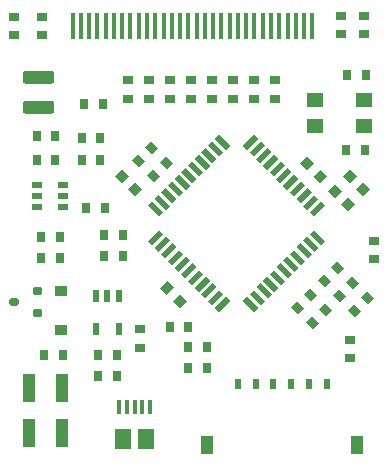
<source format=gtp>
G04 #@! TF.GenerationSoftware,KiCad,Pcbnew,5.1.9*
G04 #@! TF.CreationDate,2021-04-02T18:31:15+02:00*
G04 #@! TF.ProjectId,xling,786c696e-672e-46b6-9963-61645f706362,4.1*
G04 #@! TF.SameCoordinates,Original*
G04 #@! TF.FileFunction,Paste,Top*
G04 #@! TF.FilePolarity,Positive*
%FSLAX46Y46*%
G04 Gerber Fmt 4.6, Leading zero omitted, Abs format (unit mm)*
G04 Created by KiCad (PCBNEW 5.1.9) date 2021-04-02 18:31:15*
%MOMM*%
%LPD*%
G01*
G04 APERTURE LIST*
%ADD10R,0.540000X0.990000*%
%ADD11R,0.900000X0.630000*%
%ADD12C,0.100000*%
%ADD13R,1.080000X0.810000*%
%ADD14R,0.787500X0.855000*%
%ADD15R,1.125000X2.385000*%
%ADD16R,0.855000X0.787500*%
%ADD17R,0.315000X2.250000*%
%ADD18R,1.440000X1.260000*%
%ADD19R,1.125000X1.620000*%
%ADD20R,0.540000X0.900000*%
%ADD21R,1.350000X1.710000*%
%ADD22R,0.360000X1.215000*%
G04 APERTURE END LIST*
G36*
G01*
X55562000Y-55691000D02*
X57722000Y-55691000D01*
G75*
G02*
X57992000Y-55961000I0J-270000D01*
G01*
X57992000Y-56501000D01*
G75*
G02*
X57722000Y-56771000I-270000J0D01*
G01*
X55562000Y-56771000D01*
G75*
G02*
X55292000Y-56501000I0J270000D01*
G01*
X55292000Y-55961000D01*
G75*
G02*
X55562000Y-55691000I270000J0D01*
G01*
G37*
G36*
G01*
X55562000Y-53151000D02*
X57722000Y-53151000D01*
G75*
G02*
X57992000Y-53421000I0J-270000D01*
G01*
X57992000Y-53961000D01*
G75*
G02*
X57722000Y-54231000I-270000J0D01*
G01*
X55562000Y-54231000D01*
G75*
G02*
X55292000Y-53961000I0J270000D01*
G01*
X55292000Y-53421000D01*
G75*
G02*
X55562000Y-53151000I270000J0D01*
G01*
G37*
G36*
G01*
X54980200Y-72540200D02*
X54980200Y-72900200D01*
G75*
G02*
X54800200Y-73080200I-180000J0D01*
G01*
X54350200Y-73080200D01*
G75*
G02*
X54170200Y-72900200I0J180000D01*
G01*
X54170200Y-72540200D01*
G75*
G02*
X54350200Y-72360200I180000J0D01*
G01*
X54800200Y-72360200D01*
G75*
G02*
X54980200Y-72540200I0J-180000D01*
G01*
G37*
G36*
G01*
X56980200Y-71590200D02*
X56980200Y-71950200D01*
G75*
G02*
X56800200Y-72130200I-180000J0D01*
G01*
X56350200Y-72130200D01*
G75*
G02*
X56170200Y-71950200I0J180000D01*
G01*
X56170200Y-71590200D01*
G75*
G02*
X56350200Y-71410200I180000J0D01*
G01*
X56800200Y-71410200D01*
G75*
G02*
X56980200Y-71590200I0J-180000D01*
G01*
G37*
G36*
G01*
X56980200Y-73490200D02*
X56980200Y-73850200D01*
G75*
G02*
X56800200Y-74030200I-180000J0D01*
G01*
X56350200Y-74030200D01*
G75*
G02*
X56170200Y-73850200I0J180000D01*
G01*
X56170200Y-73490200D01*
G75*
G02*
X56350200Y-73310200I180000J0D01*
G01*
X56800200Y-73310200D01*
G75*
G02*
X56980200Y-73490200I0J-180000D01*
G01*
G37*
D10*
X61534000Y-75010000D03*
X61534000Y-72210000D03*
X62484000Y-72210000D03*
X63434000Y-72210000D03*
X63434000Y-75010000D03*
D11*
X58757500Y-63754000D03*
X58757500Y-62804000D03*
X58757500Y-64704000D03*
X56558500Y-64704000D03*
X56558500Y-63754000D03*
X56558500Y-62804000D03*
D12*
G36*
X72506206Y-72246630D02*
G01*
X72856224Y-72596648D01*
X71901630Y-73551242D01*
X71551612Y-73201224D01*
X72506206Y-72246630D01*
G37*
G36*
X71940521Y-71680944D02*
G01*
X72290539Y-72030962D01*
X71335945Y-72985556D01*
X70985927Y-72635538D01*
X71940521Y-71680944D01*
G37*
G36*
X71374836Y-71115259D02*
G01*
X71724854Y-71465277D01*
X70770260Y-72419871D01*
X70420242Y-72069853D01*
X71374836Y-71115259D01*
G37*
G36*
X70809150Y-70549574D02*
G01*
X71159168Y-70899592D01*
X70204574Y-71854186D01*
X69854556Y-71504168D01*
X70809150Y-70549574D01*
G37*
G36*
X70243465Y-69983888D02*
G01*
X70593483Y-70333906D01*
X69638889Y-71288500D01*
X69288871Y-70938482D01*
X70243465Y-69983888D01*
G37*
G36*
X69677779Y-69418203D02*
G01*
X70027797Y-69768221D01*
X69073203Y-70722815D01*
X68723185Y-70372797D01*
X69677779Y-69418203D01*
G37*
G36*
X69112094Y-68852517D02*
G01*
X69462112Y-69202535D01*
X68507518Y-70157129D01*
X68157500Y-69807111D01*
X69112094Y-68852517D01*
G37*
G36*
X68546408Y-68286832D02*
G01*
X68896426Y-68636850D01*
X67941832Y-69591444D01*
X67591814Y-69241426D01*
X68546408Y-68286832D01*
G37*
G36*
X67980723Y-67721146D02*
G01*
X68330741Y-68071164D01*
X67376147Y-69025758D01*
X67026129Y-68675740D01*
X67980723Y-67721146D01*
G37*
G36*
X67415038Y-67155461D02*
G01*
X67765056Y-67505479D01*
X66810462Y-68460073D01*
X66460444Y-68110055D01*
X67415038Y-67155461D01*
G37*
G36*
X66849352Y-66589776D02*
G01*
X67199370Y-66939794D01*
X66244776Y-67894388D01*
X65894758Y-67544370D01*
X66849352Y-66589776D01*
G37*
G36*
X67199370Y-65140206D02*
G01*
X66849352Y-65490224D01*
X65894758Y-64535630D01*
X66244776Y-64185612D01*
X67199370Y-65140206D01*
G37*
G36*
X67765056Y-64574521D02*
G01*
X67415038Y-64924539D01*
X66460444Y-63969945D01*
X66810462Y-63619927D01*
X67765056Y-64574521D01*
G37*
G36*
X68330741Y-64008836D02*
G01*
X67980723Y-64358854D01*
X67026129Y-63404260D01*
X67376147Y-63054242D01*
X68330741Y-64008836D01*
G37*
G36*
X68896426Y-63443150D02*
G01*
X68546408Y-63793168D01*
X67591814Y-62838574D01*
X67941832Y-62488556D01*
X68896426Y-63443150D01*
G37*
G36*
X69462112Y-62877465D02*
G01*
X69112094Y-63227483D01*
X68157500Y-62272889D01*
X68507518Y-61922871D01*
X69462112Y-62877465D01*
G37*
G36*
X70027797Y-62311779D02*
G01*
X69677779Y-62661797D01*
X68723185Y-61707203D01*
X69073203Y-61357185D01*
X70027797Y-62311779D01*
G37*
G36*
X70593483Y-61746094D02*
G01*
X70243465Y-62096112D01*
X69288871Y-61141518D01*
X69638889Y-60791500D01*
X70593483Y-61746094D01*
G37*
G36*
X71159168Y-61180408D02*
G01*
X70809150Y-61530426D01*
X69854556Y-60575832D01*
X70204574Y-60225814D01*
X71159168Y-61180408D01*
G37*
G36*
X71724854Y-60614723D02*
G01*
X71374836Y-60964741D01*
X70420242Y-60010147D01*
X70770260Y-59660129D01*
X71724854Y-60614723D01*
G37*
G36*
X72290539Y-60049038D02*
G01*
X71940521Y-60399056D01*
X70985927Y-59444462D01*
X71335945Y-59094444D01*
X72290539Y-60049038D01*
G37*
G36*
X72856224Y-59483352D02*
G01*
X72506206Y-59833370D01*
X71551612Y-58878776D01*
X71901630Y-58528758D01*
X72856224Y-59483352D01*
G37*
G36*
X74910370Y-58528758D02*
G01*
X75260388Y-58878776D01*
X74305794Y-59833370D01*
X73955776Y-59483352D01*
X74910370Y-58528758D01*
G37*
G36*
X75476055Y-59094444D02*
G01*
X75826073Y-59444462D01*
X74871479Y-60399056D01*
X74521461Y-60049038D01*
X75476055Y-59094444D01*
G37*
G36*
X76041740Y-59660129D02*
G01*
X76391758Y-60010147D01*
X75437164Y-60964741D01*
X75087146Y-60614723D01*
X76041740Y-59660129D01*
G37*
G36*
X76607426Y-60225814D02*
G01*
X76957444Y-60575832D01*
X76002850Y-61530426D01*
X75652832Y-61180408D01*
X76607426Y-60225814D01*
G37*
G36*
X77173111Y-60791500D02*
G01*
X77523129Y-61141518D01*
X76568535Y-62096112D01*
X76218517Y-61746094D01*
X77173111Y-60791500D01*
G37*
G36*
X77738797Y-61357185D02*
G01*
X78088815Y-61707203D01*
X77134221Y-62661797D01*
X76784203Y-62311779D01*
X77738797Y-61357185D01*
G37*
G36*
X78304482Y-61922871D02*
G01*
X78654500Y-62272889D01*
X77699906Y-63227483D01*
X77349888Y-62877465D01*
X78304482Y-61922871D01*
G37*
G36*
X78870168Y-62488556D02*
G01*
X79220186Y-62838574D01*
X78265592Y-63793168D01*
X77915574Y-63443150D01*
X78870168Y-62488556D01*
G37*
G36*
X79435853Y-63054242D02*
G01*
X79785871Y-63404260D01*
X78831277Y-64358854D01*
X78481259Y-64008836D01*
X79435853Y-63054242D01*
G37*
G36*
X80001538Y-63619927D02*
G01*
X80351556Y-63969945D01*
X79396962Y-64924539D01*
X79046944Y-64574521D01*
X80001538Y-63619927D01*
G37*
G36*
X80567224Y-64185612D02*
G01*
X80917242Y-64535630D01*
X79962648Y-65490224D01*
X79612630Y-65140206D01*
X80567224Y-64185612D01*
G37*
G36*
X80917242Y-67544370D02*
G01*
X80567224Y-67894388D01*
X79612630Y-66939794D01*
X79962648Y-66589776D01*
X80917242Y-67544370D01*
G37*
G36*
X80351556Y-68110055D02*
G01*
X80001538Y-68460073D01*
X79046944Y-67505479D01*
X79396962Y-67155461D01*
X80351556Y-68110055D01*
G37*
G36*
X79785871Y-68675740D02*
G01*
X79435853Y-69025758D01*
X78481259Y-68071164D01*
X78831277Y-67721146D01*
X79785871Y-68675740D01*
G37*
G36*
X79220186Y-69241426D02*
G01*
X78870168Y-69591444D01*
X77915574Y-68636850D01*
X78265592Y-68286832D01*
X79220186Y-69241426D01*
G37*
G36*
X78654500Y-69807111D02*
G01*
X78304482Y-70157129D01*
X77349888Y-69202535D01*
X77699906Y-68852517D01*
X78654500Y-69807111D01*
G37*
G36*
X78088815Y-70372797D02*
G01*
X77738797Y-70722815D01*
X76784203Y-69768221D01*
X77134221Y-69418203D01*
X78088815Y-70372797D01*
G37*
G36*
X77523129Y-70938482D02*
G01*
X77173111Y-71288500D01*
X76218517Y-70333906D01*
X76568535Y-69983888D01*
X77523129Y-70938482D01*
G37*
G36*
X76957444Y-71504168D02*
G01*
X76607426Y-71854186D01*
X75652832Y-70899592D01*
X76002850Y-70549574D01*
X76957444Y-71504168D01*
G37*
G36*
X76391758Y-72069853D02*
G01*
X76041740Y-72419871D01*
X75087146Y-71465277D01*
X75437164Y-71115259D01*
X76391758Y-72069853D01*
G37*
G36*
X75826073Y-72635538D02*
G01*
X75476055Y-72985556D01*
X74521461Y-72030962D01*
X74871479Y-71680944D01*
X75826073Y-72635538D01*
G37*
G36*
X75260388Y-73201224D02*
G01*
X74910370Y-73551242D01*
X73955776Y-72596648D01*
X74305794Y-72246630D01*
X75260388Y-73201224D01*
G37*
D13*
X58547000Y-75056000D03*
X58547000Y-71756000D03*
D14*
X63271500Y-77216000D03*
X61696500Y-77216000D03*
D15*
X55877000Y-80010000D03*
X58677000Y-80010000D03*
X58677000Y-83820000D03*
X55877000Y-83820000D03*
D16*
X67818000Y-53949500D03*
X67818000Y-55524500D03*
X66040000Y-53949500D03*
X66040000Y-55524500D03*
D12*
G36*
X78540288Y-72620136D02*
G01*
X79144864Y-73224712D01*
X78588018Y-73781558D01*
X77983442Y-73176982D01*
X78540288Y-72620136D01*
G37*
G36*
X79653982Y-71506442D02*
G01*
X80258558Y-72111018D01*
X79701712Y-72667864D01*
X79097136Y-72063288D01*
X79653982Y-71506442D01*
G37*
D16*
X76708000Y-53949500D03*
X76708000Y-55524500D03*
D12*
G36*
X82096288Y-71604136D02*
G01*
X82700864Y-72208712D01*
X82144018Y-72765558D01*
X81539442Y-72160982D01*
X82096288Y-71604136D01*
G37*
G36*
X83209982Y-70490442D02*
G01*
X83814558Y-71095018D01*
X83257712Y-71651864D01*
X82653136Y-71047288D01*
X83209982Y-70490442D01*
G37*
G36*
X79810288Y-73890136D02*
G01*
X80414864Y-74494712D01*
X79858018Y-75051558D01*
X79253442Y-74446982D01*
X79810288Y-73890136D01*
G37*
G36*
X80923982Y-72776442D02*
G01*
X81528558Y-73381018D01*
X80971712Y-73937864D01*
X80367136Y-73333288D01*
X80923982Y-72776442D01*
G37*
D14*
X67741700Y-74828400D03*
X69316700Y-74828400D03*
D12*
G36*
X83542136Y-63191712D02*
G01*
X84146712Y-62587136D01*
X84703558Y-63143982D01*
X84098982Y-63748558D01*
X83542136Y-63191712D01*
G37*
G36*
X82428442Y-62078018D02*
G01*
X83033018Y-61473442D01*
X83589864Y-62030288D01*
X82985288Y-62634864D01*
X82428442Y-62078018D01*
G37*
G36*
X83366288Y-72874136D02*
G01*
X83970864Y-73478712D01*
X83414018Y-74035558D01*
X82809442Y-73430982D01*
X83366288Y-72874136D01*
G37*
G36*
X84479982Y-71760442D02*
G01*
X85084558Y-72365018D01*
X84527712Y-72921864D01*
X83923136Y-72317288D01*
X84479982Y-71760442D01*
G37*
D14*
X69316500Y-76555600D03*
X70891500Y-76555600D03*
X58445500Y-67183000D03*
X56870500Y-67183000D03*
X61874500Y-58801000D03*
X60299500Y-58801000D03*
X60680500Y-64770000D03*
X62255500Y-64770000D03*
X62204500Y-68834000D03*
X63779500Y-68834000D03*
D16*
X65239900Y-76581100D03*
X65239900Y-75006100D03*
D14*
X62204500Y-67056000D03*
X63779500Y-67056000D03*
X58064500Y-60706000D03*
X56489500Y-60706000D03*
D16*
X71374000Y-53949500D03*
X71374000Y-55524500D03*
X74930000Y-53949500D03*
X74930000Y-55524500D03*
X64262000Y-53949500D03*
X64262000Y-55524500D03*
X73152000Y-53949500D03*
X73152000Y-55524500D03*
X69596000Y-53949500D03*
X69596000Y-55524500D03*
D12*
G36*
X65078288Y-60174136D02*
G01*
X65682864Y-60778712D01*
X65126018Y-61335558D01*
X64521442Y-60730982D01*
X65078288Y-60174136D01*
G37*
G36*
X66191982Y-59060442D02*
G01*
X66796558Y-59665018D01*
X66239712Y-60221864D01*
X65635136Y-59617288D01*
X66191982Y-59060442D01*
G37*
D16*
X82296000Y-50063500D03*
X82296000Y-48488500D03*
D12*
G36*
X68048136Y-72653212D02*
G01*
X68652712Y-72048636D01*
X69209558Y-72605482D01*
X68604982Y-73210058D01*
X68048136Y-72653212D01*
G37*
G36*
X66934442Y-71539518D02*
G01*
X67539018Y-70934942D01*
X68095864Y-71491788D01*
X67491288Y-72096364D01*
X66934442Y-71539518D01*
G37*
D14*
X82715000Y-59817000D03*
X84290000Y-59817000D03*
X84353500Y-53467000D03*
X82778500Y-53467000D03*
D12*
G36*
X66348288Y-61444136D02*
G01*
X66952864Y-62048712D01*
X66396018Y-62605558D01*
X65791442Y-62000982D01*
X66348288Y-61444136D01*
G37*
G36*
X67461982Y-60330442D02*
G01*
X68066558Y-60935018D01*
X67509712Y-61491864D01*
X66905136Y-60887288D01*
X67461982Y-60330442D01*
G37*
D16*
X56959500Y-48552000D03*
X56959500Y-50127000D03*
X54610000Y-48552000D03*
X54610000Y-50127000D03*
D12*
G36*
X79922636Y-62112212D02*
G01*
X80527212Y-61507636D01*
X81084058Y-62064482D01*
X80479482Y-62669058D01*
X79922636Y-62112212D01*
G37*
G36*
X78808942Y-60998518D02*
G01*
X79413518Y-60393942D01*
X79970364Y-60950788D01*
X79365788Y-61555364D01*
X78808942Y-60998518D01*
G37*
D16*
X84201000Y-50063500D03*
X84201000Y-48488500D03*
X83058000Y-75920500D03*
X83058000Y-77495500D03*
D12*
G36*
X82272136Y-64461712D02*
G01*
X82876712Y-63857136D01*
X83433558Y-64413982D01*
X82828982Y-65018558D01*
X82272136Y-64461712D01*
G37*
G36*
X81158442Y-63348018D02*
G01*
X81763018Y-62743442D01*
X82319864Y-63300288D01*
X81715288Y-63904864D01*
X81158442Y-63348018D01*
G37*
D16*
X85090000Y-67538500D03*
X85090000Y-69113500D03*
D14*
X69316500Y-78333600D03*
X70891500Y-78333600D03*
X60299500Y-60706000D03*
X61874500Y-60706000D03*
X58064500Y-58623200D03*
X56489500Y-58623200D03*
X57124500Y-77216000D03*
X58699500Y-77216000D03*
X56870500Y-68961000D03*
X58445500Y-68961000D03*
X61696500Y-78994000D03*
X63271500Y-78994000D03*
D12*
G36*
X64238136Y-63191712D02*
G01*
X64842712Y-62587136D01*
X65399558Y-63143982D01*
X64794982Y-63748558D01*
X64238136Y-63191712D01*
G37*
G36*
X63124442Y-62078018D02*
G01*
X63729018Y-61473442D01*
X64285864Y-62030288D01*
X63681288Y-62634864D01*
X63124442Y-62078018D01*
G37*
G36*
X81987712Y-70381864D02*
G01*
X81383136Y-69777288D01*
X81939982Y-69220442D01*
X82544558Y-69825018D01*
X81987712Y-70381864D01*
G37*
G36*
X80874018Y-71495558D02*
G01*
X80269442Y-70890982D01*
X80826288Y-70334136D01*
X81430864Y-70938712D01*
X80874018Y-71495558D01*
G37*
D14*
X60528100Y-55930800D03*
X62103100Y-55930800D03*
D17*
X79132000Y-49310000D03*
X79832000Y-49310000D03*
X72832000Y-49310000D03*
X77732000Y-49310000D03*
X78432000Y-49310000D03*
X77032000Y-49310000D03*
X76332000Y-49310000D03*
X75632000Y-49310000D03*
X74932000Y-49310000D03*
X74232000Y-49310000D03*
X73532000Y-49310000D03*
X72132000Y-49310000D03*
X71432000Y-49310000D03*
X70732000Y-49310000D03*
X70032000Y-49310000D03*
X69332000Y-49310000D03*
X67932000Y-49310000D03*
X68632000Y-49310000D03*
X67232000Y-49310000D03*
X66532000Y-49310000D03*
X65832000Y-49310000D03*
X65132000Y-49310000D03*
X64432000Y-49310000D03*
X63732000Y-49310000D03*
X63032000Y-49310000D03*
X62332000Y-49310000D03*
X61632000Y-49310000D03*
X60932000Y-49310000D03*
X60232000Y-49310000D03*
X59532000Y-49310000D03*
D18*
X84242000Y-55642000D03*
X80042000Y-55642000D03*
X80042000Y-57842000D03*
X84242000Y-57842000D03*
D19*
X70927000Y-84855000D03*
X83637000Y-84855000D03*
D20*
X73532000Y-79665000D03*
X75032000Y-79665000D03*
X76532000Y-79665000D03*
X78032000Y-79665000D03*
X79532000Y-79665000D03*
X81032000Y-79665000D03*
D21*
X63782000Y-84347500D03*
D22*
X64782000Y-81647500D03*
X65432000Y-81647500D03*
X66082000Y-81647500D03*
X63482000Y-81647500D03*
X64132000Y-81647500D03*
D21*
X65782000Y-84347500D03*
M02*

</source>
